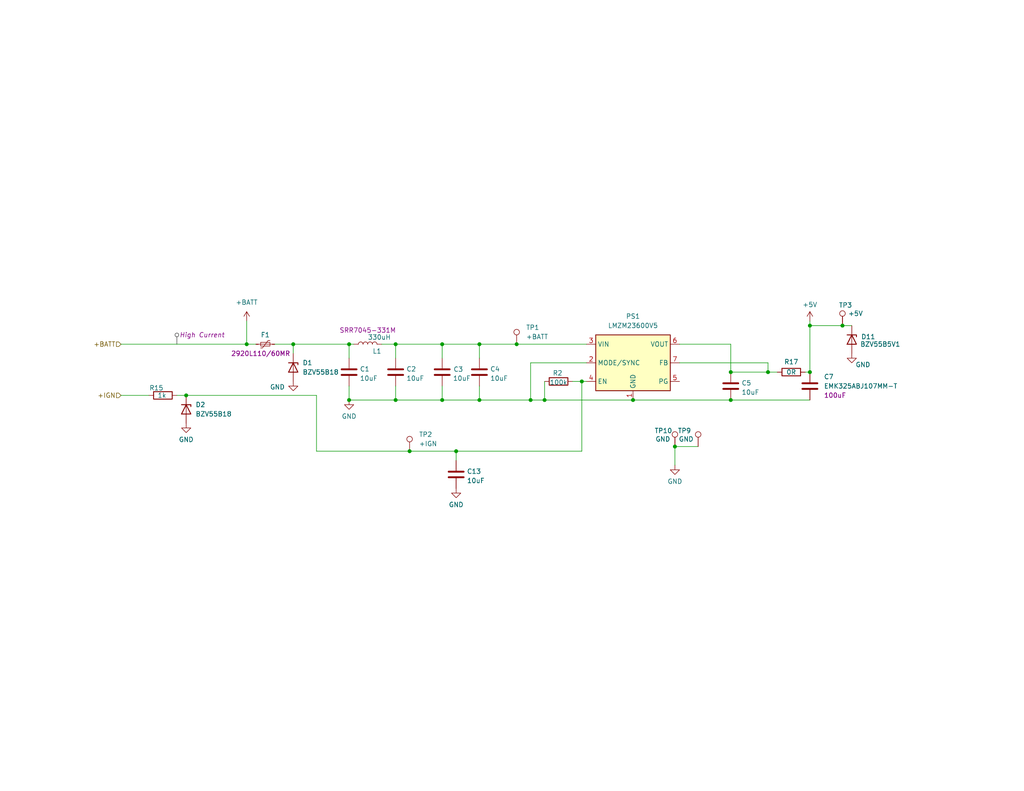
<source format=kicad_sch>
(kicad_sch (version 20231120) (generator "eeschema") (generator_version "8.0")
  (paper "USLetter")
  (title_block (title "PWM GripHeat") (date "2024-11-24") (rev "1.0") (company "atomspring"))
  (lib_symbols
    (symbol "Connector:TestPoint" (pin_numbers hide) (pin_names (offset 0.762) hide)
      (property "Reference" "TP" (at 0 6.858 0))
      (property "Value" "TestPoint" (at 0 5.08 0))
      (symbol "TestPoint_0_1"
        (circle (center 0 3.302) (radius 0.762))
      )
      (symbol "TestPoint_1_1"
        (pin passive line (at 0 0 90) (length 2.54) (name "1") (number "1"))
      )
    )
    (symbol "Device:C" (pin_numbers hide) (pin_names (offset 0.254) hide)
      (property "Reference" "C" (at 0.635 2.54 0))
      (property "Value" "C" (at 0.635 -2.54 0))
      (symbol "C_0_1"
        (polyline (pts (xy -2.032 -0.762) (xy 2.032 -0.762)) (stroke (width 0.508)))
        (polyline (pts (xy -2.032 0.762) (xy 2.032 0.762)) (stroke (width 0.508)))
      )
      (symbol "C_1_1"
        (pin passive line (at 0 3.81 270) (length 2.794) (name "~") (number "1"))
        (pin passive line (at 0 -3.81 90) (length 2.794) (name "~") (number "2"))
      )
    )
    (symbol "Device:L" (pin_numbers hide) (pin_names (offset 1.016) hide)
      (property "Reference" "L" (at -1.27 0 90))
      (property "Value" "L" (at 1.905 0 90))
      (symbol "L_0_1"
        (arc (start 0 -2.54) (mid 0.6323 -1.905) (end 0 -1.27))
        (arc (start 0 -1.27) (mid 0.6323 -0.635) (end 0 0))
        (arc (start 0 0) (mid 0.6323 0.635) (end 0 1.27))
        (arc (start 0 1.27) (mid 0.6323 1.905) (end 0 2.54))
      )
      (symbol "L_1_1"
        (pin passive line (at 0 3.81 270) (length 1.27) (name "1") (number "1"))
        (pin passive line (at 0 -3.81 90) (length 1.27) (name "2") (number "2"))
      )
    )
    (symbol "Device:Polyfuse_Small" (pin_numbers hide) (pin_names (offset 0))
      (property "Reference" "F" (at -1.905 0 90))
      (property "Value" "Polyfuse_Small" (at 1.905 0 90))
      (symbol "Polyfuse_Small_0_1"
        (rectangle (start -0.508 1.27) (end 0.508 -1.27))
        (polyline (pts (xy 0 2.54) (xy 0 -2.54)))
        (polyline (pts (xy -1.016 1.27) (xy -1.016 0.762) (xy 1.016 -0.762) (xy 1.016 -1.27)))
      )
      (symbol "Polyfuse_Small_1_1"
        (pin passive line (at 0 2.54 270) (length 0.635) (name "~") (number "1"))
        (pin passive line (at 0 -2.54 90) (length 0.635) (name "~") (number "2"))
      )
    )
    (symbol "Device:R" (pin_numbers hide) (pin_names (offset 0))
      (property "Reference" "R" (at 2.032 0 90))
      (property "Value" "R" (at 0 0 90))
      (symbol "R_0_1"
        (rectangle (start -1.016 -2.54) (end 1.016 2.54) (stroke (width 0.254)))
      )
      (symbol "R_1_1"
        (pin passive line (at 0 3.81 270) (length 1.27) (name "~") (number "1"))
        (pin passive line (at 0 -3.81 90) (length 1.27) (name "~") (number "2"))
      )
    )
    (symbol "Diode:BZV55B18" (pin_numbers hide) (pin_names hide)
      (property "Reference" "D" (at 0 2.54 0))
      (property "Value" "BZV55B18" (at 0 -2.54 0))
      (symbol "BZV55B18_0_1"
        (polyline (pts (xy 1.27 0) (xy -1.27 0)))
        (polyline (pts (xy -1.27 -1.27) (xy -1.27 1.27) (xy -0.762 1.27)) (stroke (width 0.254)))
        (polyline (pts (xy 1.27 -1.27) (xy 1.27 1.27) (xy -1.27 0) (xy 1.27 -1.27)) (stroke (width 0.254)))
      )
      (symbol "BZV55B18_1_1"
        (pin passive line (at -3.81 0 0) (length 2.54) (name "K") (number "1"))
        (pin passive line (at 3.81 0 180) (length 2.54) (name "A") (number "2"))
      )
    )
    (symbol "Diode:BZV55B5V1" (pin_numbers hide) (pin_names hide)
      (property "Reference" "D" (at 0 2.54 0))
      (property "Value" "BZV55B5V1" (at 0 -2.54 0))
      (symbol "BZV55B5V1_0_1"
        (polyline (pts (xy 1.27 0) (xy -1.27 0)))
        (polyline (pts (xy -1.27 -1.27) (xy -1.27 1.27) (xy -0.762 1.27)) (stroke (width 0.254)))
        (polyline (pts (xy 1.27 -1.27) (xy 1.27 1.27) (xy -1.27 0) (xy 1.27 -1.27)) (stroke (width 0.254)))
      )
      (symbol "BZV55B5V1_1_1"
        (pin passive line (at -3.81 0 0) (length 2.54) (name "K") (number "1"))
        (pin passive line (at 3.81 0 180) (length 2.54) (name "A") (number "2"))
      )
    )
    (symbol "Regulator_Switching:LMZM23600V5"
      (property "Reference" "U" (at -8.89 8.89 0))
      (property "Value" "LMZM23600V5" (at 6.35 8.89 0))
      (symbol "LMZM23600V5_0_1"
        (rectangle (start -10.16 7.62) (end 10.16 -7.62) (stroke (width 0.254)) (fill (type background)))
      )
      (symbol "LMZM23600V5_1_1"
        (pin power_in line (at 0 -10.16 90) (length 2.54) (name "GND") (number "1"))
        (pin no_connect line (at -2.54 -7.62 90) (length 2.54) hide (name "~") (number "10"))
        (pin passive line (at 0 -10.16 90) (length 2.54) hide (name "GND") (number "11"))
        (pin input line (at -12.7 0 0) (length 2.54) (name "MODE/SYNC") (number "2"))
        (pin power_in line (at -12.7 5.08 0) (length 2.54) (name "VIN") (number "3"))
        (pin input line (at -12.7 -5.08 0) (length 2.54) (name "EN") (number "4"))
        (pin open_collector line (at 12.7 -5.08 180) (length 2.54) (name "PG") (number "5"))
        (pin power_out line (at 12.7 5.08 180) (length 2.54) (name "VOUT") (number "6"))
        (pin input line (at 12.7 0 180) (length 2.54) (name "FB") (number "7"))
        (pin no_connect line (at 5.08 -7.62 90) (length 2.54) hide (name "~") (number "8"))
        (pin no_connect line (at 2.54 -7.62 90) (length 2.54) hide (name "~") (number "9"))
      )
    )
    (symbol "power:+5V" (power) (pin_names (offset 0))
      (property "Value" "+5V" (at 0 3.556 0))
      (symbol "+5V_0_1"
        (polyline (pts (xy -0.762 1.27) (xy 0 2.54)))
        (polyline (pts (xy 0 0) (xy 0 2.54)))
        (polyline (pts (xy 0 2.54) (xy 0.762 1.27)))
      )
      (symbol "+5V_1_1"
        (pin power_in line (at 0 0 90) (length 0) hide (name "+5V") (number "1"))
      )
    )
    (symbol "power:+BATT" (power) (pin_names (offset 0))
      (property "Value" "+BATT" (at 0 3.556 0))
      (symbol "+BATT_0_1"
        (polyline (pts (xy -0.762 1.27) (xy 0 2.54)))
        (polyline (pts (xy 0 0) (xy 0 2.54)))
        (polyline (pts (xy 0 2.54) (xy 0.762 1.27)))
      )
      (symbol "+BATT_1_1"
        (pin power_in line (at 0 0 90) (length 0) hide (name "+BATT") (number "1"))
      )
    )
    (symbol "power:GND" (power) (pin_names (offset 0))
      (property "Value" "GND" (at 0 -3.81 0))
      (symbol "GND_0_1"
        (polyline (pts (xy 0 0) (xy 0 -1.27) (xy 1.27 -1.27) (xy 0 -2.54) (xy -1.27 -1.27) (xy 0 -1.27)))
      )
      (symbol "GND_1_1"
        (pin power_in line (at 0 0 270) (length 0) hide (name "GND") (number "1"))
      )
    )
  )
  (junction (at 120.65 93.98))
  (junction (at 50.8 107.95))
  (junction (at 158.75 104.14))
  (junction (at 120.65 109.22))
  (junction (at 199.39 101.6))
  (junction (at 107.95 93.98))
  (junction (at 148.59 109.22))
  (junction (at 95.25 109.22))
  (junction (at 107.95 109.22))
  (junction (at 140.97 93.98))
  (junction (at 172.72 109.22))
  (junction (at 124.46 123.19))
  (junction (at 80.01 93.98))
  (junction (at 220.98 101.6))
  (junction (at 229.87 88.9))
  (junction (at 111.76 123.19))
  (junction (at 199.39 109.22))
  (junction (at 67.31 93.98))
  (junction (at 209.55 101.6))
  (junction (at 130.81 109.22))
  (junction (at 130.81 93.98))
  (junction (at 220.98 88.9))
  (junction (at 95.25 93.98))
  (junction (at 184.15 121.92))
  (junction (at 144.78 109.22))
  (wire (pts (xy 144.78 109.22) (xy 148.59 109.22)))
  (wire (pts (xy 95.25 109.22) (xy 107.95 109.22)))
  (wire (pts (xy 130.81 93.98) (xy 130.81 97.79)))
  (wire (pts (xy 48.26 107.95) (xy 50.8 107.95)))
  (wire (pts (xy 107.95 93.98) (xy 120.65 93.98)))
  (wire (pts (xy 212.09 101.6) (xy 209.55 101.6)))
  (wire (pts (xy 33.02 93.98) (xy 67.31 93.98)))
  (wire (pts (xy 220.98 101.6) (xy 219.71 101.6)))
  (wire (pts (xy 33.02 107.95) (xy 40.64 107.95)))
  (wire (pts (xy 107.95 109.22) (xy 120.65 109.22)))
  (wire (pts (xy 220.98 88.9) (xy 229.87 88.9)))
  (wire (pts (xy 130.81 109.22) (xy 144.78 109.22)))
  (wire (pts (xy 86.36 107.95) (xy 86.36 123.19)))
  (wire (pts (xy 120.65 93.98) (xy 120.65 97.79)))
  (wire (pts (xy 130.81 105.41) (xy 130.81 109.22)))
  (wire (pts (xy 130.81 93.98) (xy 140.97 93.98)))
  (wire (pts (xy 120.65 105.41) (xy 120.65 109.22)))
  (wire (pts (xy 107.95 105.41) (xy 107.95 109.22)))
  (wire (pts (xy 220.98 88.9) (xy 220.98 101.6)))
  (wire (pts (xy 107.95 93.98) (xy 107.95 97.79)))
  (wire (pts (xy 158.75 104.14) (xy 160.02 104.14)))
  (wire (pts (xy 199.39 109.22) (xy 220.98 109.22)))
  (wire (pts (xy 156.21 104.14) (xy 158.75 104.14)))
  (wire (pts (xy 111.76 123.19) (xy 124.46 123.19)))
  (wire (pts (xy 67.31 87.63) (xy 67.31 93.98)))
  (wire (pts (xy 86.36 123.19) (xy 111.76 123.19)))
  (wire (pts (xy 148.59 109.22) (xy 172.72 109.22)))
  (wire (pts (xy 124.46 123.19) (xy 158.75 123.19)))
  (wire (pts (xy 120.65 93.98) (xy 130.81 93.98)))
  (wire (pts (xy 148.59 104.14) (xy 148.59 109.22)))
  (wire (pts (xy 95.25 93.98) (xy 95.25 97.79)))
  (wire (pts (xy 185.42 93.98) (xy 199.39 93.98)))
  (wire (pts (xy 95.25 105.41) (xy 95.25 109.22)))
  (wire (pts (xy 229.87 88.9) (xy 232.41 88.9)))
  (wire (pts (xy 50.8 107.95) (xy 86.36 107.95)))
  (wire (pts (xy 158.75 123.19) (xy 158.75 104.14)))
  (wire (pts (xy 209.55 99.06) (xy 209.55 101.6)))
  (wire (pts (xy 199.39 101.6) (xy 209.55 101.6)))
  (wire (pts (xy 74.93 93.98) (xy 80.01 93.98)))
  (wire (pts (xy 80.01 93.98) (xy 80.01 96.52)))
  (wire (pts (xy 120.65 109.22) (xy 130.81 109.22)))
  (wire (pts (xy 95.25 93.98) (xy 96.52 93.98)))
  (wire (pts (xy 140.97 93.98) (xy 160.02 93.98)))
  (wire (pts (xy 144.78 99.06) (xy 160.02 99.06)))
  (wire (pts (xy 199.39 93.98) (xy 199.39 101.6)))
  (wire (pts (xy 220.98 87.63) (xy 220.98 88.9)))
  (wire (pts (xy 172.72 109.22) (xy 199.39 109.22)))
  (wire (pts (xy 184.15 121.92) (xy 190.5 121.92)))
  (wire (pts (xy 104.14 93.98) (xy 107.95 93.98)))
  (wire (pts (xy 80.01 93.98) (xy 95.25 93.98)))
  (wire (pts (xy 124.46 123.19) (xy 124.46 125.73)))
  (wire (pts (xy 185.42 99.06) (xy 209.55 99.06)))
  (wire (pts (xy 144.78 99.06) (xy 144.78 109.22)))
  (wire (pts (xy 67.31 93.98) (xy 69.85 93.98)))
  (wire (pts (xy 184.15 121.92) (xy 184.15 127)))
  (hierarchical_label "+BATT" (shape input) (at 33.02 93.98 180))
  (hierarchical_label "+IGN" (shape input) (at 33.02 107.95 180))
  (netclass_flag "" (length 2.54) (shape round) (at 48.26 93.98 0) (property "Netclass" "High Current" (at 48.9585 91.44 0) (effects (font (italic yes)) (justify left))))
  (symbol (lib_id "Device:C") (at 120.65 101.6 0) (unit 1)
    (property "Reference" "C3" (at 123.698 100.838 0) (effects (justify left)))
    (property "Value" "10uF" (at 123.571 103.3022 0) (effects (justify left)))
    (property "Footprint" "Capacitor_SMD:C_0805_2012Metric_Pad1.18x1.45mm_HandSolder" (effects (hide yes)))
    (property "Voltage Rating" "100v" (effects (hide yes)))
  )
  (symbol (lib_id "Connector:TestPoint") (at 229.87 88.9 0) (unit 1)
    (property "Reference" "TP3" (at 228.854 83.312 0) (effects (justify left)))
    (property "Value" "+5V" (at 231.394 85.598 0) (effects (justify left)))
    (property "Footprint" "TestPoint:TestPoint_Pad_D1.5mm" (effects (hide yes)))
    (property "Description" "test point" (effects (hide yes)))
  )
  (symbol (lib_id "Device:L") (at 100.33 93.98 90) (unit 1)
    (property "Reference" "L1" (at 102.87 95.885 90))
    (property "Value" "330uH" (at 103.505 92.075 90))
    (property "Footprint" "myESP32s:L_Bourns_SRR7045" (effects (hide yes)))
    (property "Datasheet" "https://www.bourns.com/docs/Product-Datasheets/SRR7045.pdf" (effects (hide yes)))
    (property "MPN" "SRR7045-331M" (at 100.33 90.17 90))
  )
  (symbol (lib_id "Device:C") (at 124.46 129.54 0) (unit 1)
    (property "Reference" "C13" (at 127.381 128.7053 0) (effects (justify left)))
    (property "Value" "10uF" (at 127.381 131.2422 0) (effects (justify left)))
    (property "Footprint" "Capacitor_SMD:C_0805_2012Metric_Pad1.18x1.45mm_HandSolder" (effects (hide yes)))
    (property "Voltage Rating" "100v" (effects (hide yes)))
  )
  (symbol (lib_id "Device:C") (at 130.81 101.6 0) (unit 1)
    (property "Reference" "C4" (at 133.731 100.7653 0) (effects (justify left)))
    (property "Value" "10uF" (at 133.731 103.3022 0) (effects (justify left)))
    (property "Footprint" "Capacitor_SMD:C_0805_2012Metric_Pad1.18x1.45mm_HandSolder" (effects (hide yes)))
    (property "Voltage Rating" "100v" (effects (hide yes)))
  )
  (symbol (lib_id "Device:R") (at 152.4 104.14 270) (unit 1)
    (property "Reference" "R2" (at 152.146 101.854 90))
    (property "Value" "100k" (at 152.4 104.394 90))
    (property "Footprint" "Resistor_SMD:R_1206_3216Metric_Pad1.30x1.75mm_HandSolder" (effects (hide yes)))
    (property "Description" "Resistor" (effects (hide yes)))
  )
  (symbol (lib_id "Device:Polyfuse_Small") (at 72.39 93.98 90) (unit 1)
    (property "Reference" "F1" (at 72.39 91.44 90))
    (property "Value" "Polyfuse_Small" (effects (hide yes)))
    (property "Footprint" "Fuse:Fuse_2920_7451Metric_Pad2.10x5.45mm_HandSolder" (effects (hide yes)))
    (property "Datasheet" "https://www.littelfuse.com/~/media/electronics/datasheets/resettable_ptcs/littelfuse_ptc_2920l_datasheet.pdf.pdf" (effects (hide yes)))
    (property "MPN" "2920L110/60MR" (at 71.12 96.52 90))
  )
  (symbol (lib_id "Connector:TestPoint") (at 184.15 121.92 0) (unit 1) (in_bom no)
    (property "Reference" "TP10" (at 178.562 117.602 0) (effects (justify left)))
    (property "Value" "GND" (at 178.816 119.888 0) (effects (justify left)))
    (property "Footprint" "TestPoint:TestPoint_THTPad_D2.0mm_Drill1.0mm" (effects (hide yes)))
    (property "Description" "test point" (effects (hide yes)))
  )
  (symbol (lib_id "Connector:TestPoint") (at 111.76 123.19 0) (unit 1)
    (property "Reference" "TP2" (at 114.3 118.6179 0) (effects (justify left)))
    (property "Value" "+IGN" (at 114.3 121.1579 0) (effects (justify left)))
    (property "Footprint" "TestPoint:TestPoint_THTPad_D1.0mm_Drill0.5mm" (effects (hide yes)))
    (property "Description" "test point" (effects (hide yes)))
  )
  (symbol (lib_id "Diode:BZV55B18") (at 80.01 100.33 270) (unit 1)
    (property "Reference" "D1" (at 82.55 99.0599 90) (effects (justify left)))
    (property "Value" "BZV55B18" (at 82.55 101.5999 90) (effects (justify left)))
    (property "Footprint" "Diode_SMD:D_MiniMELF" (effects (hide yes)))
    (property "Datasheet" "https://assets.nexperia.com/documents/data-sheet/BZV55_SER.pdf" (effects (hide yes)))
    (property "Description" "18V, 500mW, 2%, Zener diode, MiniMELF" (effects (hide yes)))
  )
  (symbol (lib_id "Diode:BZV55B18") (at 50.8 111.76 270) (unit 1)
    (property "Reference" "D2" (at 53.34 110.4899 90) (effects (justify left)))
    (property "Value" "BZV55B18" (at 53.34 113.0299 90) (effects (justify left)))
    (property "Footprint" "Diode_SMD:D_MiniMELF" (effects (hide yes)))
    (property "Datasheet" "https://assets.nexperia.com/documents/data-sheet/BZV55_SER.pdf" (effects (hide yes)))
    (property "Description" "18V, 500mW, 2%, Zener diode, MiniMELF" (effects (hide yes)))
  )
  (symbol (lib_id "Device:R") (at 215.9 101.6 90) (unit 1)
    (property "Reference" "R17" (at 215.9 98.806 90))
    (property "Value" "0R" (at 215.9 101.6 90))
    (property "Footprint" "Resistor_SMD:R_0805_2012Metric_Pad1.20x1.40mm_HandSolder" (effects (hide yes)))
    (property "Description" "Resistor" (effects (hide yes)))
  )
  (symbol (lib_id "Regulator_Switching:LMZM23600V5") (at 172.72 99.06 0) (unit 1)
    (property "Reference" "PS1" (at 172.72 86.36 0))
    (property "Value" "LMZM23600V5" (at 172.72 88.9 0))
    (property "Footprint" "Package_LGA:Texas_SIL0010A_MicroSiP-10-1EP_3.8x3mm_P0.6mm_EP0.7x2.9mm_ThermalVias" (effects (hide yes)))
    (property "Datasheet" "http://www.ti.com/lit/ds/symlink/lmzm23600.pdf" (effects (hide yes)))
    (property "Description" "0.5A 5V Step-Down DC/DC Power Module in 3.8x3mm, MicroSIP-10" (effects (hide yes)))
  )
  (symbol (lib_id "Device:C") (at 107.95 101.6 0) (unit 1)
    (property "Reference" "C2" (at 110.871 100.7653 0) (effects (justify left)))
    (property "Value" "10uF" (at 110.871 103.3022 0) (effects (justify left)))
    (property "Footprint" "Capacitor_SMD:C_0805_2012Metric_Pad1.18x1.45mm_HandSolder" (effects (hide yes)))
    (property "Voltage Rating" "100v" (effects (hide yes)))
  )
  (symbol (lib_id "power:GND") (at 232.41 96.52 0) (unit 1)
    (property "Reference" "#PWR033" (effects (hide yes)))
    (property "Value" "GND" (at 235.458 99.568 0))
    (property "Description" "Power symbol creates a global label with name \"GND\" , ground" (effects (hide yes)))
  )
  (symbol (lib_id "power:+BATT") (at 67.31 87.63 0) (unit 1)
    (property "Reference" "#PWR01" (effects (hide yes)))
    (property "Value" "+BATT" (at 67.31 82.55 0))
  )
  (symbol (lib_id "Device:C") (at 95.25 101.6 0) (unit 1)
    (property "Reference" "C1" (at 98.171 100.7653 0) (effects (justify left)))
    (property "Value" "10uF" (at 98.171 103.3022 0) (effects (justify left)))
    (property "Footprint" "Capacitor_SMD:C_0805_2012Metric_Pad1.18x1.45mm_HandSolder" (effects (hide yes)))
    (property "Voltage Rating" "100v" (effects (hide yes)))
  )
  (symbol (lib_id "Device:C") (at 220.98 105.41 0) (unit 1)
    (property "Reference" "C7" (at 224.79 102.8699 0) (effects (justify left)))
    (property "Value" "EMK325ABJ107MM-T" (at 224.79 105.4099 0) (effects (justify left)))
    (property "Footprint" "Capacitor_SMD:C_1210_3225Metric_Pad1.33x2.70mm_HandSolder" (effects (hide yes)))
    (property "Description" "100uF" (at 224.79 107.9499 0) (effects (justify left)))
    (property "Voltage Rating" "16v" (effects (hide yes)))
  )
  (symbol (lib_id "power:GND") (at 95.25 109.22 0) (unit 1)
    (property "Reference" "#PWR03" (effects (hide yes)))
    (property "Value" "GND" (at 95.25 113.6634 0))
  )
  (symbol (lib_id "Device:C") (at 199.39 105.41 0) (unit 1)
    (property "Reference" "C5" (at 202.311 104.5753 0) (effects (justify left)))
    (property "Value" "10uF" (at 202.311 107.1122 0) (effects (justify left)))
    (property "Footprint" "Capacitor_SMD:C_0805_2012Metric_Pad1.18x1.45mm_HandSolder" (effects (hide yes)))
    (property "Voltage Rating" "100v" (effects (hide yes)))
  )
  (symbol (lib_id "power:GND") (at 80.01 104.14 0) (unit 1)
    (property "Reference" "#PWR02" (effects (hide yes)))
    (property "Value" "GND" (at 75.692 105.664 0))
  )
  (symbol (lib_id "power:GND") (at 124.46 133.35 0) (unit 1)
    (property "Reference" "#PWR027" (effects (hide yes)))
    (property "Value" "GND" (at 124.46 137.7934 0))
  )
  (symbol (lib_id "power:+5V") (at 220.98 87.63 0) (unit 1)
    (property "Reference" "#PWR06" (effects (hide yes)))
    (property "Value" "+5V" (at 220.98 83.185 0))
  )
  (symbol (lib_id "Device:R") (at 44.45 107.95 90) (unit 1)
    (property "Reference" "R15" (at 42.672 105.918 90))
    (property "Value" "1k" (at 44.196 107.95 90))
    (property "Footprint" "Resistor_SMD:R_0805_2012Metric_Pad1.20x1.40mm_HandSolder" (effects (hide yes)))
    (property "Description" "Resistor" (effects (hide yes)))
  )
  (symbol (lib_id "Connector:TestPoint") (at 140.97 93.98 0) (unit 1)
    (property "Reference" "TP1" (at 143.51 89.4079 0) (effects (justify left)))
    (property "Value" "+BATT" (at 143.51 91.9479 0) (effects (justify left)))
    (property "Footprint" "TestPoint:TestPoint_Pad_D1.5mm" (effects (hide yes)))
    (property "Description" "test point" (effects (hide yes)))
  )
  (symbol (lib_id "Diode:BZV55B5V1") (at 232.41 92.71 270) (unit 1)
    (property "Reference" "D11" (at 234.95 91.948 90) (effects (justify left)))
    (property "Value" "BZV55B5V1" (at 234.696 93.98 90) (effects (justify left)))
    (property "Footprint" "Diode_SMD:D_MiniMELF" (effects (hide yes)))
    (property "Datasheet" "https://assets.nexperia.com/documents/data-sheet/BZV55_SER.pdf" (effects (hide yes)))
    (property "Description" "5.1V, 500mW, 2%, Zener diode, MiniMELF" (effects (hide yes)))
  )
  (symbol (lib_id "Connector:TestPoint") (at 190.5 121.92 0) (unit 1) (in_bom no)
    (property "Reference" "TP9" (at 184.912 117.602 0) (effects (justify left)))
    (property "Value" "GND" (at 185.166 119.888 0) (effects (justify left)))
    (property "Footprint" "TestPoint:TestPoint_THTPad_D2.0mm_Drill1.0mm" (effects (hide yes)))
    (property "Description" "test point" (effects (hide yes)))
  )
  (symbol (lib_id "power:GND") (at 184.15 127 0) (unit 1)
    (property "Reference" "#PWR034" (effects (hide yes)))
    (property "Value" "GND" (at 184.15 131.4434 0))
  )
  (symbol (lib_id "power:GND") (at 50.8 115.57 0) (unit 1)
    (property "Reference" "#PWR026" (effects (hide yes)))
    (property "Value" "GND" (at 50.8 120.0134 0))
  )
)
</source>
